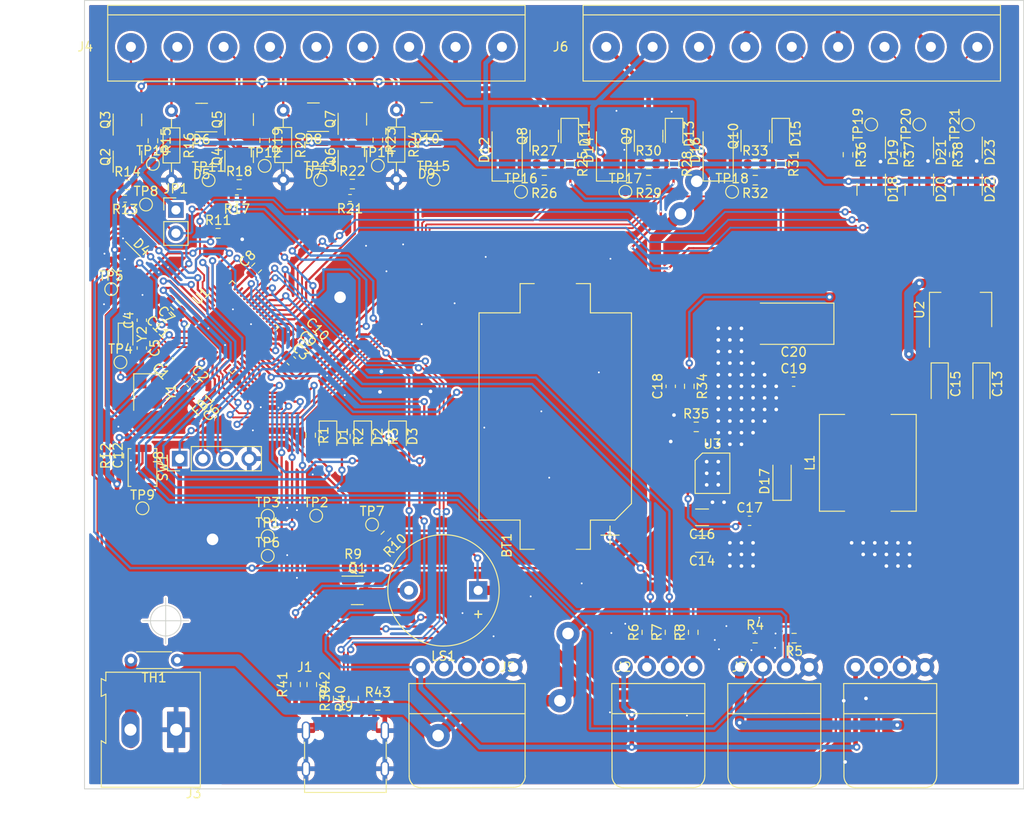
<source format=kicad_pcb>
(kicad_pcb (version 20211014) (generator pcbnew)

  (general
    (thickness 1.6)
  )

  (paper "A4")
  (title_block
    (title "FloatPUMP Basic Boards")
    (date "2022-11-22")
    (rev "1.0")
    (company "www.robtor.de")
  )

  (layers
    (0 "F.Cu" signal)
    (31 "B.Cu" signal)
    (32 "B.Adhes" user "B.Adhesive")
    (33 "F.Adhes" user "F.Adhesive")
    (34 "B.Paste" user)
    (35 "F.Paste" user)
    (36 "B.SilkS" user "B.Silkscreen")
    (37 "F.SilkS" user "F.Silkscreen")
    (38 "B.Mask" user)
    (39 "F.Mask" user)
    (40 "Dwgs.User" user "User.Drawings")
    (41 "Cmts.User" user "User.Comments")
    (42 "Eco1.User" user "User.Eco1")
    (43 "Eco2.User" user "User.Eco2")
    (44 "Edge.Cuts" user)
    (45 "Margin" user)
    (46 "B.CrtYd" user "B.Courtyard")
    (47 "F.CrtYd" user "F.Courtyard")
    (48 "B.Fab" user)
    (49 "F.Fab" user)
    (50 "User.1" user)
    (51 "User.2" user)
    (52 "User.3" user)
    (53 "User.4" user)
    (54 "User.5" user)
    (55 "User.6" user)
    (56 "User.7" user)
    (57 "User.8" user)
    (58 "User.9" user)
  )

  (setup
    (stackup
      (layer "F.SilkS" (type "Top Silk Screen"))
      (layer "F.Paste" (type "Top Solder Paste"))
      (layer "F.Mask" (type "Top Solder Mask") (thickness 0.01))
      (layer "F.Cu" (type "copper") (thickness 0.035))
      (layer "dielectric 1" (type "core") (thickness 1.51) (material "FR4") (epsilon_r 4.5) (loss_tangent 0.02))
      (layer "B.Cu" (type "copper") (thickness 0.035))
      (layer "B.Mask" (type "Bottom Solder Mask") (thickness 0.01))
      (layer "B.Paste" (type "Bottom Solder Paste"))
      (layer "B.SilkS" (type "Bottom Silk Screen"))
      (copper_finish "None")
      (dielectric_constraints no)
    )
    (pad_to_mask_clearance 0)
    (pcbplotparams
      (layerselection 0x00010fc_ffffffff)
      (disableapertmacros false)
      (usegerberextensions false)
      (usegerberattributes true)
      (usegerberadvancedattributes true)
      (creategerberjobfile true)
      (svguseinch false)
      (svgprecision 6)
      (excludeedgelayer true)
      (plotframeref false)
      (viasonmask false)
      (mode 1)
      (useauxorigin false)
      (hpglpennumber 1)
      (hpglpenspeed 20)
      (hpglpendiameter 15.000000)
      (dxfpolygonmode true)
      (dxfimperialunits true)
      (dxfusepcbnewfont true)
      (psnegative false)
      (psa4output false)
      (plotreference true)
      (plotvalue true)
      (plotinvisibletext false)
      (sketchpadsonfab false)
      (subtractmaskfromsilk false)
      (outputformat 1)
      (mirror false)
      (drillshape 1)
      (scaleselection 1)
      (outputdirectory "")
    )
  )

  (net 0 "")
  (net 1 "/cryst1+")
  (net 2 "GND")
  (net 3 "/cryst1-")
  (net 4 "Net-(C3-Pad1)")
  (net 5 "/cryst2+")
  (net 6 "/cryst2-")
  (net 7 "Net-(C6-Pad1)")
  (net 8 "/VBAT")
  (net 9 "/NRST")
  (net 10 "Net-(D1-Pad1)")
  (net 11 "+3.3V")
  (net 12 "Net-(D2-Pad1)")
  (net 13 "Net-(D3-Pad1)")
  (net 14 "/VB")
  (net 15 "T11")
  (net 16 "T13")
  (net 17 "T15")
  (net 18 "T17")
  (net 19 "Net-(C17-Pad1)")
  (net 20 "Net-(C17-Pad2)")
  (net 21 "T20")
  (net 22 "Net-(D11-Pad2)")
  (net 23 "/GPI0")
  (net 24 "/GPI1")
  (net 25 "/GPI2")
  (net 26 "/RRDT")
  (net 27 "/RRCLK")
  (net 28 "/RRSW")
  (net 29 "+5V")
  (net 30 "/I2C1_SDA")
  (net 31 "/I2C1_SCL")
  (net 32 "/USART1_TX")
  (net 33 "/USART1_RX")
  (net 34 "/SWDIO")
  (net 35 "/SWCLK")
  (net 36 "T22")
  (net 37 "unconnected-(J9-PadA8)")
  (net 38 "unconnected-(J9-PadB8)")
  (net 39 "T10")
  (net 40 "T12")
  (net 41 "T14")
  (net 42 "/BOOT0")
  (net 43 "T24")
  (net 44 "T26")
  (net 45 "T28")
  (net 46 "Net-(D13-Pad2)")
  (net 47 "Net-(LS1-Pad2)")
  (net 48 "Net-(Q2-Pad1)")
  (net 49 "Net-(Q2-Pad3)")
  (net 50 "Net-(D15-Pad2)")
  (net 51 "Net-(Q8-Pad1)")
  (net 52 "Net-(Q9-Pad1)")
  (net 53 "Net-(Q10-Pad1)")
  (net 54 "/LED0")
  (net 55 "/LED1")
  (net 56 "/LED2")
  (net 57 "/LED5")
  (net 58 "/LED4")
  (net 59 "/LED3")
  (net 60 "/BEEP")
  (net 61 "/MPWR0")
  (net 62 "/MPWR1")
  (net 63 "/MPWR2")
  (net 64 "/OCHAN0")
  (net 65 "/OCHAN1")
  (net 66 "/OCHAN2")
  (net 67 "/usb_conn/U_D-")
  (net 68 "/USB_FS_D-")
  (net 69 "/usb_conn/U_D+")
  (net 70 "/USB_FS_D+")
  (net 71 "/usb_conn/U_VBUS")
  (net 72 "/USB_FS_VBUS")
  (net 73 "/usb_conn/CC")
  (net 74 "Net-(Q1-Pad1)")
  (net 75 "Net-(Q4-Pad1)")
  (net 76 "Net-(Q4-Pad3)")
  (net 77 "Net-(Q6-Pad1)")
  (net 78 "Net-(Q6-Pad3)")
  (net 79 "Net-(C18-Pad1)")
  (net 80 "Net-(TP4-Pad1)")
  (net 81 "Net-(U3-Pad6)")
  (net 82 "T18")
  (net 83 "T27")
  (net 84 "Net-(J5-Pad2)")
  (net 85 "Net-(J5-Pad3)")
  (net 86 "Net-(J5-Pad4)")
  (net 87 "Net-(J3-Pad2)")

  (footprint "Package_TO_SOT_SMD:SOT-23" (layer "F.Cu") (at 42.3395 89.49575 90))

  (footprint "Resistor_SMD:R_0603_1608Metric" (layer "F.Cu") (at 48.819451 110.461996 -45))

  (footprint "Resistor_SMD:R_0603_1608Metric" (layer "F.Cu") (at 49.911651 109.395196 -45))

  (footprint "TestPoint:TestPoint_Pad_D1.0mm" (layer "F.Cu") (at 57.531 90.4725))

  (footprint "Resistor_SMD:R_0603_1608Metric" (layer "F.Cu") (at 86.995 141.605 90))

  (footprint "Package_TO_SOT_SMD:SOT-23" (layer "F.Cu") (at 38.227 85.217 180))

  (footprint "Resistor_SMD:R_0603_1608Metric" (layer "F.Cu") (at 57.531 87.6785 -90))

  (footprint "TestPoint:TestPoint_Pad_D1.0mm" (layer "F.Cu") (at 84.648 93.343))

  (footprint "LED_SMD:LED_0805_2012Metric" (layer "F.Cu") (at 89.982 86.993 -90))

  (footprint "TerminalBlock:TerminalBlock_Altech_AK300-2_P5.00mm" (layer "F.Cu") (at 35.433 152.273 180))

  (footprint "Capacitor_SMD:C_0603_1608Metric" (layer "F.Cu") (at 98.2472 129.3876))

  (footprint "TestPoint:TestPoint_Pad_D1.0mm" (layer "F.Cu") (at 111.572 85.979 90))

  (footprint "Resistor_SMD:R_0603_1608Metric" (layer "F.Cu") (at 75.758 92.073 180))

  (footprint "Crystal:Crystal_SMD_2012-2Pin_2.0x1.2mm" (layer "F.Cu") (at 29.896451 108.937996 -90))

  (footprint "Resistor_SMD:R_0603_1608Metric" (layer "F.Cu") (at 53.975 120.142 -90))

  (footprint "Diode_SMD:D_SOD-123F" (layer "F.Cu") (at 101.8032 124.9426 90))

  (footprint "Connector_USB:USB_C_Receptacle_Palconn_UTC16-G" (layer "F.Cu") (at 53.975 154.305))

  (footprint "Resistor_THT:R_Axial_DIN0204_L3.6mm_D1.6mm_P7.62mm_Horizontal" (layer "F.Cu") (at 34.925 84.455 -90))

  (footprint "Resistor_SMD:R_0603_1608Metric" (layer "F.Cu") (at 101.666 90.295 -90))

  (footprint "Resistor_SMD:R_0402_1005Metric" (layer "F.Cu") (at 54.483 94.0285 180))

  (footprint "TestPoint:TestPoint_Pad_D1.0mm" (layer "F.Cu") (at 63.627 91.9965))

  (footprint "custom_parts:CAMBLOCK CTB0509-9" (layer "F.Cu") (at 30.48 77.47))

  (footprint "Package_TO_SOT_SMD:SOT-23" (layer "F.Cu") (at 54.737 85.3925 90))

  (footprint "Resistor_SMD:R_0603_1608Metric" (layer "F.Cu") (at 91.6432 114.6556 -90))

  (footprint "Package_TO_SOT_SMD:SOT-23" (layer "F.Cu") (at 98.872 87.247 90))

  (footprint "Capacitor_SMD:C_0603_1608Metric" (layer "F.Cu") (at 38.278451 116.557996 -135))

  (footprint "Resistor_SMD:R_0603_1608Metric" (layer "F.Cu") (at 48.514 147.32 90))

  (footprint "custom_parts:2542R-04" (layer "F.Cu") (at 97.155 145.415))

  (footprint "Package_TO_SOT_SMD:SOT-23" (layer "F.Cu") (at 62.865 85.1385 180))

  (footprint "TestPoint:TestPoint_Pad_D1.0mm" (layer "F.Cu") (at 122.174 85.979 90))

  (footprint "Resistor_SMD:R_0603_1608Metric" (layer "F.Cu") (at 34.4424 107.1372 135))

  (footprint "TestPoint:TestPoint_Pad_D1.0mm" (layer "F.Cu") (at 45.1335 90.51175))

  (footprint "Resistor_SMD:R_0603_1608Metric" (layer "F.Cu") (at 75.758 90.295))

  (footprint "Resistor_SMD:R_0603_1608Metric" (layer "F.Cu") (at 35.357451 105.762996 135))

  (footprint "Package_TO_SOT_SMD:SOT-23" (layer "F.Cu") (at 116.84 93.091 -90))

  (footprint "custom_parts:MP9486A-SOIC-8" (layer "F.Cu") (at 94.1832 124.1806 -90))

  (footprint "Capacitor_Tantalum_SMD:CP_EIA-7343-31_Kemet-D" (layer "F.Cu") (at 103.0732 107.7976 180))

  (footprint "TestPoint:TestPoint_Pad_D1.0mm" (layer "F.Cu") (at 38.989 92.075))

  (footprint "custom_parts:L_MS1040-330M" (layer "F.Cu") (at 111.2012 123.0376 90))

  (footprint "Resistor_SMD:R_0603_1608Metric" (layer "F.Cu") (at 42.3395 92.54375))

  (footprint "Resistor_SMD:R_0603_1608Metric" (layer "F.Cu") (at 119.634 89.281 -90))

  (footprint "Capacitor_SMD:C_0603_1608Metric" (layer "F.Cu") (at 31.674451 110.461996 -90))

  (footprint "TestPoint:TestPoint_Pad_D1.0mm" (layer "F.Cu") (at 31.75 128.016))

  (footprint "Resistor_THT:R_Axial_DIN0204_L3.6mm_D1.6mm_P5.08mm_Horizontal" (layer "F.Cu") (at 35.56 144.653 180))

  (footprint "Package_TO_SOT_SMD:SOT-23" (layer "F.Cu") (at 42.3395 85.43175 90))

  (footprint "Resistor_SMD:R_0603_1608Metric" (layer "F.Cu") (at 54.8132 134.4676))

  (footprint "Resistor_SMD:R_0603_1608Metric" (layer "F.Cu") (at 57.785 120.142 -90))

  (footprint "TestPoint:TestPoint_Pad_D1.0mm" (layer "F.Cu") (at 73.218 93.343))

  (footprint "Package_TO_SOT_SMD:SOT-23" (layer "F.Cu") (at 62.865 88.98775 180))

  (footprint "Capacitor_SMD:C_0603_1608Metric" (layer "F.Cu") (at 37.048459 114.271996 -45))

  (footprint "Package_TO_SOT_SMD:SOT-23" (layer "F.Cu") (at 30.099 89.535 90))

  (footprint "Package_TO_SOT_SMD:SOT-223-3_TabPin2" (layer "F.Cu") (at 121.3612 106.2736 90))

  (footprint "Battery:BatteryHolder_Keystone_1060_1x2032" (layer "F.Cu") (at 76.962 117.9576 90))

  (footprint "TestPoint:TestPoint_Pad_D1.0mm" (layer "F.Cu") (at 56.896 129.794))

  (footprint "TestPoint:TestPoint_Pad_D1.0mm" (layer "F.Cu") (at 51.2295 92.03575))

  (footprint "TestPoint:TestPoint_Pad_D1.0mm" (layer "F.Cu") (at 50.7746 128.8288))

  (footprint "Capacitor_SMD:C_0603_1608Metric" (layer "F.Cu") (at 89.6112 114.6556 90))

  (footprint "LED_SMD:LED_0805_2012Metric" (layer "F.Cu") (at 52.07 120.142 -90))

  (footprint "Package_TO_SOT_SMD:SOT-23" (layer "F.Cu") (at 50.4675 88.98775 180))

  (footprint "Resistor_SMD:R_0603_1608Metric" (layer "F.Cu") (at 30.099 92.583))

  (footprint "Buzzer_Beeper:Buzzer_12x9.5RM7.6" (layer "F.Cu")
    (tedit 5A030281) (tstamp 6fa31809-d81f-41c6-bea0-d8fd9790f4ff)
    (at 68.5192 137.0076 180)
    (descr "Generic Buzzer, D12mm height 9.5mm with RM7.6mm")
    (tags "buzzer")
    (property "Sheetfile" "FloatPUMP.kicad_sch")
    (property "Sheetname" "")
    (path "/cec8e67e-7fd3-401e-a417-3621aeb04922")
    (attr through_hole)
    (fp_text reference "LS1" (at 3.8 -7.2) (layer "F.SilkS")
      (effects (font (size 1 1) (thickness 0.15)))
      (tstamp f06b00bd-a1ad-40d3-85ad-f55ac52084dd)
    )
    (fp_text value "Speaker" (at 3.8 7.4) (layer "F.Fab")
      (effects (font (size 1 1) (thickness 0.15)))
      (tstamp 1d106cb0-a79f-4b4f-a301-e338edea91d7)
    )
    (fp_text user "+" (at -0.01 -2.54) (layer "F.SilkS")
      (effects (font (size 1 1) (thickness 0.15)))
      (tstamp c8a58ae1-6549-496f-8aba-20b165a0b1c1)
    )
    (fp_text user "+" (at -0.01 -2.54) (layer "F.Fab")
      (effects (font (size 1 1) (thickness 0.15)))
      (tstamp 2a2bedb2-a4b1-40a8-bea2-217b99d126d6)
    )
    (fp_text user "${REFERENCE}" (at 3.8 -4) (layer "F.Fab")
      (effects (font (size 1 1) (thickness 0.15)))
      (tstamp 91f1c12b-5578-42ed-b947-5a4d6cf21a19)
    )
    (fp_circle (center 3.8 0) (end 9.9 0) (layer "F.SilkS") (width 0.12) (fill none) (tstamp b1751386-2c55-46ea-8b97-1a4072db2991))
    (fp_circle (center 3.8 0) (end 10.05 0) (layer "F.CrtYd") (width 0.05) (fill none) (tstamp 512930a1-e26a-439c-a01b-411f35d48130))
    (fp_circle (center 3.8 0) (end 9.8 0) (layer "F.Fab") (width 0.1) (fill none) (tstamp 20d8fbbb-acd9-475c-b4a3-d2b56f0cffbe))
    (fp_circle (center 3.8 0) (end 4.8 0) (layer "F.Fab") (width 0.1) (fill none) (tstamp 285fcece-bc3c-442c-87bf-7a338b26a67d))
    (pad "1" thru_hole rect (at 0 0 180) (size 2 2) (drill 1) (layers *.Cu *.Mask)
      (net 29 "+5V") (pinfunction "1") (pintype "input") (tstamp 70964a43-56f4-4a47-878b-0c7c2ff835c4))
    (pad "2" thru_hole circle (at 7.6 0 180) (size 2 2) (drill 1) (layers *.Cu *.Mask)
      (net 47 "Net-(LS1-Pad2)") (pinfunction "2") (pintype "input") (tstamp b8f4855c-32db-4099-ba19-7a04e38cc097))
    (model "${KICAD6_3DMODEL_DIR}/Buzzer_Beeper.3dshapes/Buzzer_12x9.5RM7.6.wrl"
      (offset (xyz 0 0 0)
... [1922326 chars truncated]
</source>
